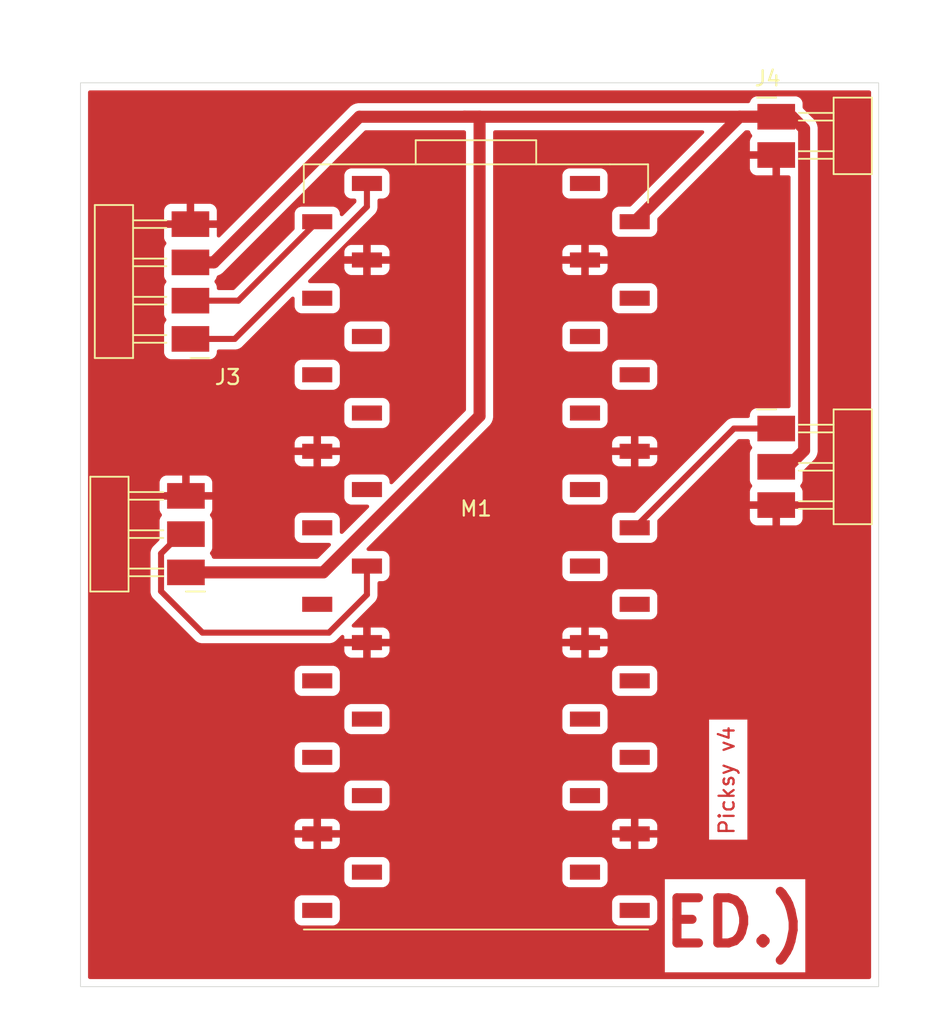
<source format=kicad_pcb>
(kicad_pcb (version 20241229) (generator "pcbnew") (generator_version "9.0")
  (layers (0 "F.Cu" signal) (2 "B.Cu" signal) (13 "F.Paste" user) (15 "B.Paste" user) (5 "F.SilkS" user "F.Silkscreen") (7 "B.SilkS" user "B.Silkscreen") (1 "F.Mask" user) (3 "B.Mask" user) (25 "Edge.Cuts" user))
  (net 0 "")
  (net 1 "PWR")
  (net 2 "GP")
  (net 3 "GND")
  (net 4 "ANALOG")
  (net 5 "SCL")
  (net 6 "SDA")
  (footprint "fab:PinHeader_01x03_P2.54mm_Horizontal_SMD" (layer "F.Cu") (at 106.5 77 180)
    (property "Reference" "J1" (hide yes))
    (property "Value" "Servo")
    (fp_line (start 6.35 6.35) (end 3.81 6.35) (stroke (width 0.12)) (layer "F.SilkS"))
    (fp_line (start 6.35 -1.27) (end 6.35 6.35) (stroke (width 0.12)) (layer "F.SilkS"))
    (fp_line (start 3.81 6.35) (end 3.81 -1.27) (stroke (width 0.12)) (layer "F.SilkS"))
    (fp_line (start 3.81 5.334) (end 1.5 5.334) (stroke (width 0.12)) (layer "F.SilkS"))
    (fp_line (start 3.81 4.826) (end 1.5 4.826) (stroke (width 0.12)) (layer "F.SilkS"))
    (fp_line (start 3.81 2.794) (end 1.5 2.794) (stroke (width 0.12)) (layer "F.SilkS"))
    (fp_line (start 3.81 2.286) (end 1.5 2.286) (stroke (width 0.12)) (layer "F.SilkS"))
    (fp_line (start 3.81 0.254) (end 1.5 0.254) (stroke (width 0.12)) (layer "F.SilkS"))
    (fp_line (start 3.81 -0.254) (end 1.5 -0.254) (stroke (width 0.12)) (layer "F.SilkS"))
    (fp_line (start 3.81 -1.27) (end 6.35 -1.27) (stroke (width 0.12)) (layer "F.SilkS"))
    (fp_line (start -1.27 -1.27) (end 0 -1.27) (stroke (width 0.12)) (layer "F.SilkS"))
    (pad "1" smd rect (at 0 0 180) (size 2.5 1.7) (layers "F.Cu" "F.Mask" "F.Paste") (net 1 "PWR"))
    (pad "2" smd rect (at 0 2.54 180) (size 2.5 1.7) (layers "F.Cu" "F.Mask" "F.Paste") (net 2 "GP"))
    (pad "3" smd rect (at 0 5.08 180) (size 2.5 1.7) (layers "F.Cu" "F.Mask" "F.Paste") (net 3 "GND"))
  )
  (footprint "fab:PinHeader_01x03_P2.54mm_Horizontal_SMD" (layer "F.Cu") (at 145.7 67.45)
    (property "Reference" "J2" (hide yes))
    (property "Value" "Mic")
    (fp_line (start -1.27 -1.27) (end 0 -1.27) (stroke (width 0.12)) (layer "F.SilkS"))
    (fp_line (start 3.81 -1.27) (end 6.35 -1.27) (stroke (width 0.12)) (layer "F.SilkS"))
    (fp_line (start 3.81 -0.254) (end 1.5 -0.254) (stroke (width 0.12)) (layer "F.SilkS"))
    (fp_line (start 3.81 0.254) (end 1.5 0.254) (stroke (width 0.12)) (layer "F.SilkS"))
    (fp_line (start 3.81 2.286) (end 1.5 2.286) (stroke (width 0.12)) (layer "F.SilkS"))
    (fp_line (start 3.81 2.794) (end 1.5 2.794) (stroke (width 0.12)) (layer "F.SilkS"))
    (fp_line (start 3.81 4.826) (end 1.5 4.826) (stroke (width 0.12)) (layer "F.SilkS"))
    (fp_line (start 3.81 5.334) (end 1.5 5.334) (stroke (width 0.12)) (layer "F.SilkS"))
    (fp_line (start 3.81 6.35) (end 3.81 -1.27) (stroke (width 0.12)) (layer "F.SilkS"))
    (fp_line (start 6.35 -1.27) (end 6.35 6.35) (stroke (width 0.12)) (layer "F.SilkS"))
    (fp_line (start 6.35 6.35) (end 3.81 6.35) (stroke (width 0.12)) (layer "F.SilkS"))
    (pad "1" smd rect (at 0 0) (size 2.5 1.7) (layers "F.Cu" "F.Mask" "F.Paste") (net 4 "ANALOG"))
    (pad "2" smd rect (at 0 2.54) (size 2.5 1.7) (layers "F.Cu" "F.Mask" "F.Paste") (net 1 "PWR"))
    (pad "3" smd rect (at 0 5.08) (size 2.5 1.7) (layers "F.Cu" "F.Mask" "F.Paste") (net 3 "GND"))
  )
  (footprint "fab:RaspberryPi_PicoW_SocketSMD" (layer "F.Cu") (at 125.76 75.31)
    (property "Reference" "M1" (at 0.0025 -2.54 0) (layer "F.SilkS"))
    (property "Value" "Module_RaspberryPi_PicoW_Combined" (hide yes))
    (fp_line (start -11.43 -25.4) (end -11.43 -22.86) (stroke (width 0.12)) (layer "F.SilkS"))
    (fp_line (start -11.43 25.4) (end 11.43 25.4) (stroke (width 0.12)) (layer "F.SilkS"))
    (fp_line (start -4 -27) (end 4 -27) (stroke (width 0.12)) (layer "F.SilkS"))
    (fp_line (start -4 -25.4) (end -4 -27) (stroke (width 0.12)) (layer "F.SilkS"))
    (fp_line (start 4 -27) (end 4 -25.4) (stroke (width 0.12)) (layer "F.SilkS"))
    (fp_line (start 8.89 -25.4) (end -11.43 -25.4) (stroke (width 0.12)) (layer "F.SilkS"))
    (fp_line (start 11.43 -25.4) (end 8.89 -25.4) (stroke (width 0.12)) (layer "F.SilkS"))
    (fp_line (start 11.43 -22.86) (end 11.43 -25.4) (stroke (width 0.12)) (layer "F.SilkS"))
    (pad "1" smd rect (at -7.24 -24.13) (size 2 1) (layers "F.Cu" "F.Mask" "F.Paste") (net 6 "SDA"))
    (pad "2" smd rect (at -10.54 -21.59) (size 2 1) (layers "F.Cu" "F.Mask" "F.Paste") (net 5 "SCL"))
    (pad "3" smd rect (at -7.24 -19.05) (size 2 1) (layers "F.Cu" "F.Mask" "F.Paste") (net 3 "GND"))
    (pad "4" smd rect (at -10.54 -16.51) (size 2 1) (layers "F.Cu" "F.Mask" "F.Paste"))
    (pad "5" smd rect (at -7.24 -13.97) (size 2 1) (layers "F.Cu" "F.Mask" "F.Paste"))
    (pad "6" smd rect (at -10.54 -11.43) (size 2 1) (layers "F.Cu" "F.Mask" "F.Paste"))
    (pad "7" smd rect (at -7.24 -8.89) (size 2 1) (layers "F.Cu" "F.Mask" "F.Paste"))
    (pad "8" smd rect (at -10.54 -6.35) (size 2 1) (layers "F.Cu" "F.Mask" "F.Paste") (net 3 "GND"))
    (pad "9" smd rect (at -7.24 -3.81) (size 2 1) (layers "F.Cu" "F.Mask" "F.Paste"))
    (pad "10" smd rect (at -10.54 -1.27) (size 2 1) (layers "F.Cu" "F.Mask" "F.Paste"))
    (pad "11" smd rect (at -7.24 1.27) (size 2 1) (layers "F.Cu" "F.Mask" "F.Paste") (net 2 "GP"))
    (pad "12" smd rect (at -10.54 3.81) (size 2 1) (layers "F.Cu" "F.Mask" "F.Paste"))
    (pad "13" smd rect (at -7.24 6.35) (size 2 1) (layers "F.Cu" "F.Mask" "F.Paste") (net 3 "GND"))
    (pad "14" smd rect (at -10.54 8.89) (size 2 1) (layers "F.Cu" "F.Mask" "F.Paste"))
    (pad "15" smd rect (at -7.24 11.43) (size 2 1) (layers "F.Cu" "F.Mask" "F.Paste"))
    (pad "16" smd rect (at -10.54 13.97) (size 2 1) (layers "F.Cu" "F.Mask" "F.Paste"))
    (pad "17" smd rect (at -7.24 16.51) (size 2 1) (layers "F.Cu" "F.Mask" "F.Paste"))
    (pad "18" smd rect (at -10.54 19.05) (size 2 1) (layers "F.Cu" "F.Mask" "F.Paste") (net 3 "GND"))
    (pad "19" smd rect (at -7.24 21.59) (size 2 1) (layers "F.Cu" "F.Mask" "F.Paste"))
    (pad "20" smd rect (at -10.54 24.13) (size 2 1) (layers "F.Cu" "F.Mask" "F.Paste"))
    (pad "21" smd rect (at 10.54 24.13) (size 2 1) (layers "F.Cu" "F.Mask" "F.Paste"))
    (pad "22" smd rect (at 7.24 21.59) (size 2 1) (layers "F.Cu" "F.Mask" "F.Paste"))
    (pad "23" smd rect (at 10.54 19.05) (size 2 1) (layers "F.Cu" "F.Mask" "F.Paste") (net 3 "GND"))
    (pad "24" smd rect (at 7.24 16.51) (size 2 1) (layers "F.Cu" "F.Mask" "F.Paste"))
    (pad "25" smd rect (at 10.54 13.97) (size 2 1) (layers "F.Cu" "F.Mask" "F.Paste"))
    (pad "26" smd rect (at 7.24 11.43) (size 2 1) (layers "F.Cu" "F.Mask" "F.Paste"))
    (pad "27" smd rect (at 10.54 8.89) (size 2 1) (layers "F.Cu" "F.Mask" "F.Paste"))
    (pad "28" smd rect (at 7.24 6.35) (size 2 1) (layers "F.Cu" "F.Mask" "F.Paste") (net 3 "GND"))
    (pad "29" smd rect (at 10.54 3.81) (size 2 1) (layers "F.Cu" "F.Mask" "F.Paste"))
    (pad "30" smd rect (at 7.24 1.27) (size 2 1) (layers "F.Cu" "F.Mask" "F.Paste"))
    (pad "31" smd rect (at 10.54 -1.27) (size 2 1) (layers "F.Cu" "F.Mask" "F.Paste") (net 4 "ANALOG"))
    (pad "32" smd rect (at 7.24 -3.81) (size 2 1) (layers "F.Cu" "F.Mask" "F.Paste"))
    (pad "33" smd rect (at 10.54 -6.35) (size 2 1) (layers "F.Cu" "F.Mask" "F.Paste") (net 3 "GND"))
    (pad "34" smd rect (at 7.24 -8.89) (size 2 1) (layers "F.Cu" "F.Mask" "F.Paste"))
    (pad "35" smd rect (at 10.54 -11.43) (size 2 1) (layers "F.Cu" "F.Mask" "F.Paste"))
    (pad "36" smd rect (at 7.24 -13.97) (size 2 1) (layers "F.Cu" "F.Mask" "F.Paste"))
    (pad "37" smd rect (at 10.54 -16.51) (size 2 1) (layers "F.Cu" "F.Mask" "F.Paste"))
    (pad "38" smd rect (at 7.24 -19.05) (size 2 1) (layers "F.Cu" "F.Mask" "F.Paste") (net 3 "GND"))
    (pad "39" smd rect (at 10.54 -21.59) (size 2 1) (layers "F.Cu" "F.Mask" "F.Paste") (net 1 "PWR"))
    (pad "40" smd rect (at 7.24 -24.13) (size 2 1) (layers "F.Cu" "F.Mask" "F.Paste"))
  )
  (footprint "fab:PinHeader_01x04_P2.54mm_Horizontal_SMD" (layer "F.Cu") (at 106.8 61.5 180)
    (property "Reference" "J3" (at -1.524 -2.54 0) (layer "F.SilkS") (effects (justify left)))
    (property "Value" "OLED")
    (fp_line (start 6.35 8.89) (end 3.81 8.89) (stroke (width 0.12)) (layer "F.SilkS"))
    (fp_line (start 6.35 -1.27) (end 6.35 8.89) (stroke (width 0.12)) (layer "F.SilkS"))
    (fp_line (start 3.81 8.89) (end 3.81 -1.27) (stroke (width 0.12)) (layer "F.SilkS"))
    (fp_line (start 3.81 7.874) (end 1.6 7.874) (stroke (width 0.12)) (layer "F.SilkS"))
    (fp_line (start 3.81 7.366) (end 1.6 7.366) (stroke (width 0.12)) (layer "F.SilkS"))
    (fp_line (start 3.81 5.334) (end 1.6 5.334) (stroke (width 0.12)) (layer "F.SilkS"))
    (fp_line (start 3.81 4.826) (end 1.6 4.826) (stroke (width 0.12)) (layer "F.SilkS"))
    (fp_line (start 3.81 2.794) (end 1.6 2.794) (stroke (width 0.12)) (layer "F.SilkS"))
    (fp_line (start 3.81 2.286) (end 1.6 2.286) (stroke (width 0.12)) (layer "F.SilkS"))
    (fp_line (start 3.81 0.254) (end 1.6 0.254) (stroke (width 0.12)) (layer "F.SilkS"))
    (fp_line (start 3.81 -0.254) (end 1.6 -0.254) (stroke (width 0.12)) (layer "F.SilkS"))
    (fp_line (start 3.81 -1.27) (end 6.35 -1.27) (stroke (width 0.12)) (layer "F.SilkS"))
    (fp_line (start -1.27 -1.27) (end 0 -1.27) (stroke (width 0.12)) (layer "F.SilkS"))
    (pad "1" smd rect (at 0 0 180) (size 2.5 1.7) (layers "F.Cu" "F.Mask" "F.Paste") (net 6 "SDA"))
    (pad "2" smd rect (at 0 2.54 180) (size 2.5 1.7) (layers "F.Cu" "F.Mask" "F.Paste") (net 5 "SCL"))
    (pad "3" smd rect (at 0 5.08 180) (size 2.5 1.7) (layers "F.Cu" "F.Mask" "F.Paste") (net 1 "PWR"))
    (pad "4" smd rect (at 0 7.62 180) (size 2.5 1.7) (layers "F.Cu" "F.Mask" "F.Paste") (net 3 "GND"))
  )
  (footprint "fab:PinHeader_01x02_P2.54mm_Horizontal_SMD" (layer "F.Cu") (at 145.7 46.75)
    (property "Reference" "J4" (at -1.524 -2.54 180) (layer "F.SilkS") (effects (justify left)))
    (property "Value" "PWR")
    (fp_line (start -1.27 -1.27) (end 0 -1.27) (stroke (width 0.12)) (layer "F.SilkS"))
    (fp_line (start 3.81 -1.27) (end 6.35 -1.27) (stroke (width 0.12)) (layer "F.SilkS"))
    (fp_line (start 3.81 -0.254) (end 1.5 -0.254) (stroke (width 0.12)) (layer "F.SilkS"))
    (fp_line (start 3.81 0.254) (end 1.5 0.254) (stroke (width 0.12)) (layer "F.SilkS"))
    (fp_line (start 3.81 2.286) (end 1.5 2.286) (stroke (width 0.12)) (layer "F.SilkS"))
    (fp_line (start 3.81 2.794) (end 1.5 2.794) (stroke (width 0.12)) (layer "F.SilkS"))
    (fp_line (start 3.81 3.81) (end 3.81 -1.27) (stroke (width 0.12)) (layer "F.SilkS"))
    (fp_line (start 6.35 -1.27) (end 6.35 3.81) (stroke (width 0.12)) (layer "F.SilkS"))
    (fp_line (start 6.35 3.81) (end 3.81 3.81) (stroke (width 0.12)) (layer "F.SilkS"))
    (pad "1" smd rect (at 0 0) (size 2.5 1.7) (layers "F.Cu" "F.Mask" "F.Paste") (net 1 "PWR"))
    (pad "2" smd rect (at 0 2.54) (size 2.5 1.7) (layers "F.Cu" "F.Mask" "F.Paste") (net 3 "GND"))
  )
  (gr_rect (start 99.5 44.5) (end 152.5 104.5) (stroke (width 0.05)) (fill no) (layer "Edge.Cuts"))
  (gr_text "ED.)" (at 138 102 0) (layer "F.Cu") (effects (font (size 3 3) (thickness 0.6) (bold yes)) (justify left bottom)))
  (gr_text "Picksy v4\n" (at 143 94.5 90) (layer "F.Cu") (effects (font (size 1 1)) (justify left bottom)))
  (segment (start 147.551 47.551) (end 146.75 46.75) (width 0.8) (layer "F.Cu") (net 1))
  (segment (start 108.35 56.42) (end 118.02 46.75) (width 0.8) (layer "F.Cu") (net 1))
  (segment (start 126 66.621) (end 115.621 77) (width 0.8) (layer "F.Cu") (net 1))
  (segment (start 145.7 46.75) (end 125 46.75) (width 0.8) (layer "F.Cu") (net 1))
  (segment (start 115.621 77) (end 106.5 77) (width 0.8) (layer "F.Cu") (net 1))
  (segment (start 125 46.75) (end 118.02 46.75) (width 0.8) (layer "F.Cu") (net 1))
  (segment (start 146.75 46.75) (end 145.7 46.75) (width 0.8) (layer "F.Cu") (net 1))
  (segment (start 145.7 69.99) (end 146.462 69.99) (width 0.8) (layer "F.Cu") (net 1))
  (segment (start 145.7 46.75) (end 143.27 46.75) (width 0.8) (layer "F.Cu") (net 1))
  (segment (start 125 46.75) (end 126 46.75) (width 0.8) (layer "F.Cu") (net 1))
  (segment (start 137.26 52.76) (end 136.3 53.72) (width 0.8) (layer "F.Cu") (net 1))
  (segment (start 106.8 56.42) (end 108.35 56.42) (width 0.8) (layer "F.Cu") (net 1))
  (segment (start 146.462 69.99) (end 147.551 68.901) (width 0.8) (layer "F.Cu") (net 1))
  (segment (start 143.27 46.75) (end 137.26 52.76) (width 0.8) (layer "F.Cu") (net 1))
  (segment (start 126 46.75) (end 126 66.621) (width 0.8) (layer "F.Cu") (net 1))
  (segment (start 147.551 68.901) (end 147.551 47.551) (width 0.8) (layer "F.Cu") (net 1))
  (segment (start 106.5 74.46) (end 106.138 74.46) (width 0.4) (layer "F.Cu") (net 2))
  (segment (start 118.52 78.48) (end 118.52 76.58) (width 0.4) (layer "F.Cu") (net 2))
  (segment (start 107.598 81) (end 116 81) (width 0.4) (layer "F.Cu") (net 2))
  (segment (start 106.5 74.46) (end 106.9 74.46) (width 0.4) (layer "F.Cu") (net 2))
  (segment (start 104.849 75.749) (end 104.849 78.251) (width 0.4) (layer "F.Cu") (net 2))
  (segment (start 106.138 74.46) (end 104.849 75.749) (width 0.4) (layer "F.Cu") (net 2))
  (segment (start 116 81) (end 118.52 78.48) (width 0.4) (layer "F.Cu") (net 2))
  (segment (start 104.849 78.251) (end 107.598 81) (width 0.4) (layer "F.Cu") (net 2))
  (segment (start 136.3 74.04) (end 142.89 67.45) (width 0.4) (layer "F.Cu") (net 4))
  (segment (start 142.89 67.45) (end 145.7 67.45) (width 0.4) (layer "F.Cu") (net 4))
  (segment (start 109.98 58.96) (end 115.22 53.72) (width 0.4) (layer "F.Cu") (net 5))
  (segment (start 109.98 58.96) (end 106.8 58.96) (width 0.4) (layer "F.Cu") (net 5))
  (segment (start 118.52 52.722) (end 118.52 51.18) (width 0.4) (layer "F.Cu") (net 6))
  (segment (start 109.742 61.5) (end 118.52 52.722) (width 0.4) (layer "F.Cu") (net 6))
  (segment (start 106.8 61.5) (end 109.742 61.5) (width 0.4) (layer "F.Cu") (net 6))
  (zone (net 3) (net_name "GND") (layer "F.Cu") (connect_pads (clearance 0.5)) (min_thickness 0.25) (fill yes (thermal_gap 0.5) (thermal_bridge_width 0.5))
    (polygon (pts (xy 103 42) (xy 154.5 39) (xy 156 107) (xy 94.153849 106.5) (xy 96.180431 40.636086)))
  )
)
</source>
